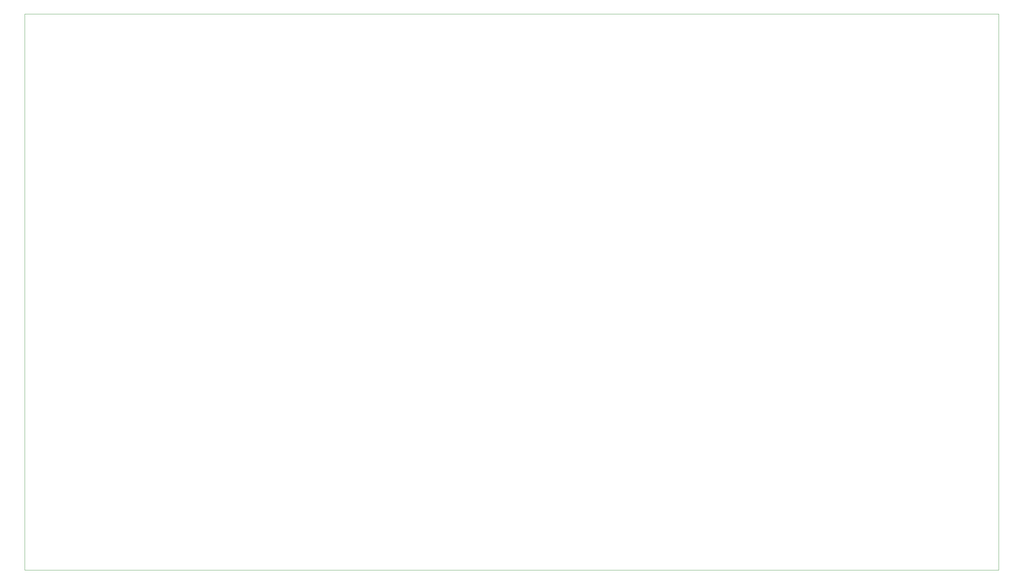
<source format=gbr>
%TF.GenerationSoftware,KiCad,Pcbnew,(5.1.12)-1*%
%TF.CreationDate,2023-01-17T10:30:05+01:00*%
%TF.ProjectId,Graphics,47726170-6869-4637-932e-6b696361645f,rev?*%
%TF.SameCoordinates,Original*%
%TF.FileFunction,Profile,NP*%
%FSLAX46Y46*%
G04 Gerber Fmt 4.6, Leading zero omitted, Abs format (unit mm)*
G04 Created by KiCad (PCBNEW (5.1.12)-1) date 2023-01-17 10:30:05*
%MOMM*%
%LPD*%
G01*
G04 APERTURE LIST*
%TA.AperFunction,Profile*%
%ADD10C,0.100000*%
%TD*%
G04 APERTURE END LIST*
D10*
X276600000Y-18500000D02*
X276600000Y-163500000D01*
X22600000Y-18500000D02*
X276600000Y-18500000D01*
X22600000Y-163500000D02*
X22600000Y-18500000D01*
X276600000Y-163500000D02*
X22600000Y-163500000D01*
M02*

</source>
